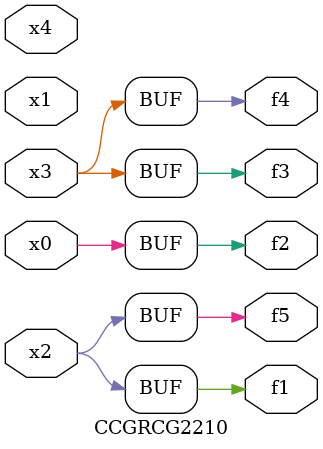
<source format=v>
module CCGRCG2210(
	input x0, x1, x2, x3, x4,
	output f1, f2, f3, f4, f5
);
	assign f1 = x2;
	assign f2 = x0;
	assign f3 = x3;
	assign f4 = x3;
	assign f5 = x2;
endmodule

</source>
